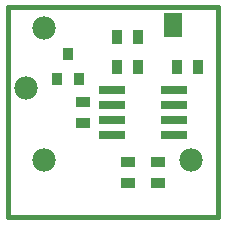
<source format=gts>
G75*
%MOIN*%
%OFA0B0*%
%FSLAX25Y25*%
%IPPOS*%
%LPD*%
%AMOC8*
5,1,8,0,0,1.08239X$1,22.5*
%
%ADD10C,0.01600*%
%ADD11R,0.05124X0.03550*%
%ADD12R,0.03550X0.05124*%
%ADD13R,0.03550X0.03943*%
%ADD14R,0.09100X0.02800*%
%ADD15C,0.07800*%
%ADD16R,0.06306X0.08274*%
D10*
X0002000Y0001800D02*
X0072000Y0001800D01*
X0072000Y0071800D01*
X0002000Y0071800D01*
X0002000Y0001800D01*
D11*
X0027000Y0033257D03*
X0027000Y0040343D03*
X0042000Y0020343D03*
X0042000Y0013257D03*
X0052000Y0013257D03*
X0052000Y0020343D03*
D12*
X0045543Y0051800D03*
X0038457Y0051800D03*
X0038457Y0061800D03*
X0045543Y0061800D03*
X0058457Y0051800D03*
X0065543Y0051800D03*
D13*
X0025740Y0047863D03*
X0018260Y0047863D03*
X0022000Y0056131D03*
D14*
X0036700Y0044300D03*
X0036700Y0039300D03*
X0036700Y0034300D03*
X0036700Y0029300D03*
X0057300Y0029300D03*
X0057300Y0034300D03*
X0057300Y0039300D03*
X0057300Y0044300D03*
D15*
X0063000Y0020800D03*
X0014000Y0020800D03*
X0008000Y0044800D03*
X0014000Y0064800D03*
D16*
X0057000Y0065800D03*
M02*

</source>
